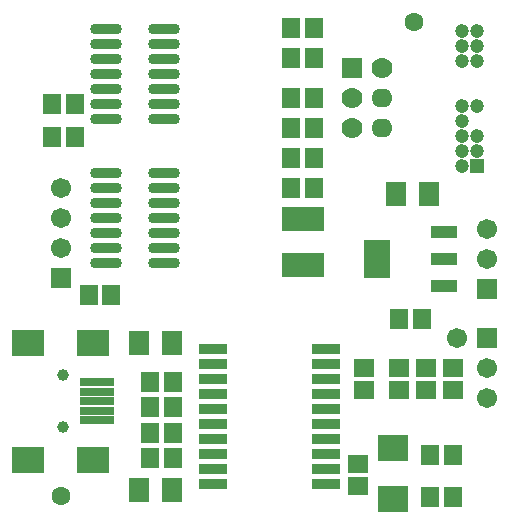
<source format=gts>
G04 Layer_Color=8388736*
%FSLAX23Y23*%
%MOIN*%
G70*
G01*
G75*
%ADD42R,0.059X0.067*%
%ADD43R,0.067X0.059*%
%ADD44O,0.106X0.036*%
%ADD45R,0.071X0.079*%
%ADD46R,0.095X0.032*%
%ADD47R,0.095X0.032*%
%ADD48R,0.091X0.041*%
%ADD49R,0.091X0.130*%
%ADD50R,0.142X0.083*%
%ADD51R,0.118X0.028*%
%ADD52R,0.106X0.087*%
%ADD53R,0.102X0.091*%
%ADD54R,0.047X0.047*%
%ADD55C,0.047*%
%ADD56C,0.067*%
%ADD57R,0.067X0.067*%
%ADD58R,0.067X0.067*%
%ADD59C,0.063*%
%ADD60C,0.039*%
%ADD61C,0.070*%
%ADD62O,0.070X0.063*%
%ADD63R,0.070X0.070*%
D42*
X1432Y230D02*
D03*
X1507D02*
D03*
Y90D02*
D03*
X1432D02*
D03*
X1044Y1220D02*
D03*
X969D02*
D03*
X294Y765D02*
D03*
X369D02*
D03*
X247Y1400D02*
D03*
X172D02*
D03*
X969Y1655D02*
D03*
X1044D02*
D03*
Y1320D02*
D03*
X969D02*
D03*
Y1555D02*
D03*
X1044D02*
D03*
Y1420D02*
D03*
X969D02*
D03*
X499Y475D02*
D03*
X574D02*
D03*
Y390D02*
D03*
X499D02*
D03*
Y305D02*
D03*
X574D02*
D03*
Y220D02*
D03*
X499D02*
D03*
X1044Y1120D02*
D03*
X969D02*
D03*
X172Y1290D02*
D03*
X247D02*
D03*
X1329Y685D02*
D03*
X1404D02*
D03*
D43*
X1507Y448D02*
D03*
Y522D02*
D03*
X1327Y448D02*
D03*
Y522D02*
D03*
X1212Y522D02*
D03*
Y448D02*
D03*
X1192Y202D02*
D03*
Y128D02*
D03*
X1417Y448D02*
D03*
Y522D02*
D03*
D44*
X543Y870D02*
D03*
Y920D02*
D03*
Y970D02*
D03*
Y1020D02*
D03*
Y1070D02*
D03*
Y1120D02*
D03*
Y1170D02*
D03*
X350Y870D02*
D03*
Y920D02*
D03*
Y970D02*
D03*
Y1020D02*
D03*
Y1070D02*
D03*
Y1120D02*
D03*
Y1170D02*
D03*
X543Y1350D02*
D03*
Y1400D02*
D03*
Y1450D02*
D03*
Y1500D02*
D03*
Y1550D02*
D03*
Y1600D02*
D03*
Y1650D02*
D03*
X350Y1350D02*
D03*
Y1400D02*
D03*
Y1450D02*
D03*
Y1500D02*
D03*
Y1550D02*
D03*
Y1600D02*
D03*
Y1650D02*
D03*
D45*
X572Y115D02*
D03*
X462D02*
D03*
X572Y605D02*
D03*
X462D02*
D03*
X1427Y1100D02*
D03*
X1317D02*
D03*
D46*
X706Y586D02*
D03*
X1084D02*
D03*
Y536D02*
D03*
Y486D02*
D03*
Y436D02*
D03*
Y386D02*
D03*
Y336D02*
D03*
Y286D02*
D03*
Y236D02*
D03*
Y186D02*
D03*
Y136D02*
D03*
D47*
X706Y536D02*
D03*
Y486D02*
D03*
Y436D02*
D03*
Y386D02*
D03*
Y336D02*
D03*
Y286D02*
D03*
Y236D02*
D03*
Y186D02*
D03*
Y136D02*
D03*
D48*
X1479Y794D02*
D03*
Y885D02*
D03*
Y976D02*
D03*
D49*
X1254Y885D02*
D03*
D50*
X1007Y1017D02*
D03*
Y863D02*
D03*
D51*
X321Y410D02*
D03*
Y441D02*
D03*
Y347D02*
D03*
Y379D02*
D03*
Y473D02*
D03*
D52*
X308Y604D02*
D03*
X91D02*
D03*
Y216D02*
D03*
X308D02*
D03*
D53*
X1307Y85D02*
D03*
Y255D02*
D03*
D54*
X1587Y1195D02*
D03*
D55*
X1537D02*
D03*
X1587Y1245D02*
D03*
X1537D02*
D03*
X1587Y1295D02*
D03*
X1537D02*
D03*
Y1345D02*
D03*
X1587Y1395D02*
D03*
X1537D02*
D03*
X1587Y1545D02*
D03*
X1537D02*
D03*
X1587Y1595D02*
D03*
X1537D02*
D03*
X1587Y1645D02*
D03*
X1537D02*
D03*
D56*
X1622Y420D02*
D03*
Y520D02*
D03*
X1522Y620D02*
D03*
X202Y920D02*
D03*
Y1020D02*
D03*
Y1120D02*
D03*
X1622Y985D02*
D03*
Y885D02*
D03*
D57*
Y620D02*
D03*
X202Y820D02*
D03*
X1622Y785D02*
D03*
D58*
Y620D02*
D03*
D59*
X202Y95D02*
D03*
X1377Y1675D02*
D03*
D60*
X209Y323D02*
D03*
Y497D02*
D03*
D61*
X1272Y1520D02*
D03*
X1172Y1420D02*
D03*
Y1320D02*
D03*
D62*
X1272Y1420D02*
D03*
Y1320D02*
D03*
D63*
X1172Y1520D02*
D03*
M02*

</source>
